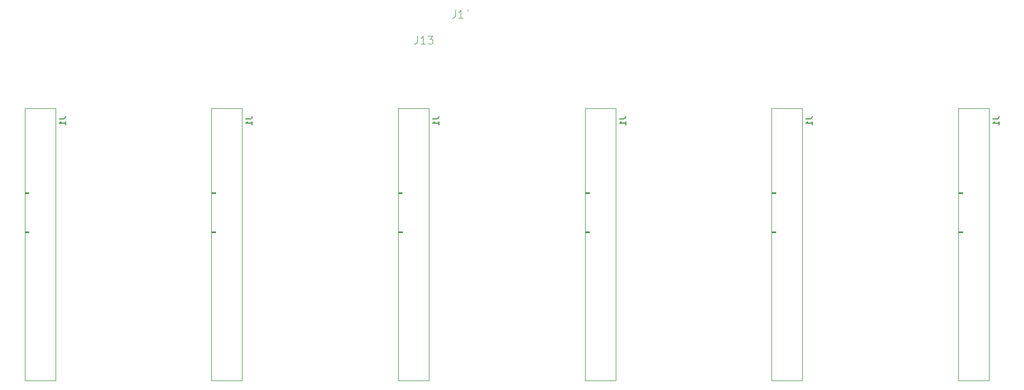
<source format=gbo>
G04 #@! TF.GenerationSoftware,KiCad,Pcbnew,8.0.8*
G04 #@! TF.CreationDate,2025-03-22T18:56:51+00:00*
G04 #@! TF.ProjectId,HDD Backplane,48444420-4261-4636-9b70-6c616e652e6b,rev?*
G04 #@! TF.SameCoordinates,Original*
G04 #@! TF.FileFunction,Legend,Bot*
G04 #@! TF.FilePolarity,Positive*
%FSLAX46Y46*%
G04 Gerber Fmt 4.6, Leading zero omitted, Abs format (unit mm)*
G04 Created by KiCad (PCBNEW 8.0.8) date 2025-03-22 18:56:51*
%MOMM*%
%LPD*%
G01*
G04 APERTURE LIST*
%ADD10C,0.150000*%
%ADD11C,0.088900*%
%ADD12C,0.120000*%
%ADD13C,5.600000*%
%ADD14C,1.800000*%
%ADD15O,1.400000X1.000000*%
%ADD16C,2.200000*%
%ADD17C,2.540000*%
G04 APERTURE END LIST*
D10*
X211605960Y-92253890D02*
X212320245Y-92253890D01*
X212320245Y-92253890D02*
X212463102Y-92206271D01*
X212463102Y-92206271D02*
X212558341Y-92111033D01*
X212558341Y-92111033D02*
X212605960Y-91968176D01*
X212605960Y-91968176D02*
X212605960Y-91872938D01*
X212605960Y-93253890D02*
X212605960Y-92682462D01*
X212605960Y-92968176D02*
X211605960Y-92968176D01*
X211605960Y-92968176D02*
X211748817Y-92872938D01*
X211748817Y-92872938D02*
X211844055Y-92777700D01*
X211844055Y-92777700D02*
X211891674Y-92682462D01*
X181705960Y-92253890D02*
X182420245Y-92253890D01*
X182420245Y-92253890D02*
X182563102Y-92206271D01*
X182563102Y-92206271D02*
X182658341Y-92111033D01*
X182658341Y-92111033D02*
X182705960Y-91968176D01*
X182705960Y-91968176D02*
X182705960Y-91872938D01*
X182705960Y-93253890D02*
X182705960Y-92682462D01*
X182705960Y-92968176D02*
X181705960Y-92968176D01*
X181705960Y-92968176D02*
X181848817Y-92872938D01*
X181848817Y-92872938D02*
X181944055Y-92777700D01*
X181944055Y-92777700D02*
X181991674Y-92682462D01*
X151905960Y-92253890D02*
X152620245Y-92253890D01*
X152620245Y-92253890D02*
X152763102Y-92206271D01*
X152763102Y-92206271D02*
X152858341Y-92111033D01*
X152858341Y-92111033D02*
X152905960Y-91968176D01*
X152905960Y-91968176D02*
X152905960Y-91872938D01*
X152905960Y-93253890D02*
X152905960Y-92682462D01*
X152905960Y-92968176D02*
X151905960Y-92968176D01*
X151905960Y-92968176D02*
X152048817Y-92872938D01*
X152048817Y-92872938D02*
X152144055Y-92777700D01*
X152144055Y-92777700D02*
X152191674Y-92682462D01*
X122005960Y-92253890D02*
X122720245Y-92253890D01*
X122720245Y-92253890D02*
X122863102Y-92206271D01*
X122863102Y-92206271D02*
X122958341Y-92111033D01*
X122958341Y-92111033D02*
X123005960Y-91968176D01*
X123005960Y-91968176D02*
X123005960Y-91872938D01*
X123005960Y-93253890D02*
X123005960Y-92682462D01*
X123005960Y-92968176D02*
X122005960Y-92968176D01*
X122005960Y-92968176D02*
X122148817Y-92872938D01*
X122148817Y-92872938D02*
X122244055Y-92777700D01*
X122244055Y-92777700D02*
X122291674Y-92682462D01*
X92155960Y-92253890D02*
X92870245Y-92253890D01*
X92870245Y-92253890D02*
X93013102Y-92206271D01*
X93013102Y-92206271D02*
X93108341Y-92111033D01*
X93108341Y-92111033D02*
X93155960Y-91968176D01*
X93155960Y-91968176D02*
X93155960Y-91872938D01*
X93155960Y-93253890D02*
X93155960Y-92682462D01*
X93155960Y-92968176D02*
X92155960Y-92968176D01*
X92155960Y-92968176D02*
X92298817Y-92872938D01*
X92298817Y-92872938D02*
X92394055Y-92777700D01*
X92394055Y-92777700D02*
X92441674Y-92682462D01*
D11*
X125625045Y-74817083D02*
X125625045Y-75724226D01*
X125625045Y-75724226D02*
X125564568Y-75905654D01*
X125564568Y-75905654D02*
X125443616Y-76026607D01*
X125443616Y-76026607D02*
X125262187Y-76087083D01*
X125262187Y-76087083D02*
X125141235Y-76087083D01*
X126895045Y-76087083D02*
X126169330Y-76087083D01*
X126532187Y-76087083D02*
X126532187Y-74817083D01*
X126532187Y-74817083D02*
X126411235Y-74998511D01*
X126411235Y-74998511D02*
X126290283Y-75119464D01*
X126290283Y-75119464D02*
X126169330Y-75179940D01*
X127983616Y-75240416D02*
X127983616Y-76087083D01*
X127681235Y-74756607D02*
X127378854Y-75663749D01*
X127378854Y-75663749D02*
X128165045Y-75663749D01*
X119571905Y-79012903D02*
X119571905Y-79920046D01*
X119571905Y-79920046D02*
X119511428Y-80101474D01*
X119511428Y-80101474D02*
X119390476Y-80222427D01*
X119390476Y-80222427D02*
X119209047Y-80282903D01*
X119209047Y-80282903D02*
X119088095Y-80282903D01*
X120841905Y-80282903D02*
X120116190Y-80282903D01*
X120479047Y-80282903D02*
X120479047Y-79012903D01*
X120479047Y-79012903D02*
X120358095Y-79194331D01*
X120358095Y-79194331D02*
X120237143Y-79315284D01*
X120237143Y-79315284D02*
X120116190Y-79375760D01*
X121265238Y-79012903D02*
X122051429Y-79012903D01*
X122051429Y-79012903D02*
X121628095Y-79496712D01*
X121628095Y-79496712D02*
X121809524Y-79496712D01*
X121809524Y-79496712D02*
X121930476Y-79557188D01*
X121930476Y-79557188D02*
X121990952Y-79617665D01*
X121990952Y-79617665D02*
X122051429Y-79738617D01*
X122051429Y-79738617D02*
X122051429Y-80040998D01*
X122051429Y-80040998D02*
X121990952Y-80161950D01*
X121990952Y-80161950D02*
X121930476Y-80222427D01*
X121930476Y-80222427D02*
X121809524Y-80282903D01*
X121809524Y-80282903D02*
X121446667Y-80282903D01*
X121446667Y-80282903D02*
X121325714Y-80222427D01*
X121325714Y-80222427D02*
X121265238Y-80161950D01*
D10*
X62304819Y-92256666D02*
X63019104Y-92256666D01*
X63019104Y-92256666D02*
X63161961Y-92209047D01*
X63161961Y-92209047D02*
X63257200Y-92113809D01*
X63257200Y-92113809D02*
X63304819Y-91970952D01*
X63304819Y-91970952D02*
X63304819Y-91875714D01*
X63304819Y-93256666D02*
X63304819Y-92685238D01*
X63304819Y-92970952D02*
X62304819Y-92970952D01*
X62304819Y-92970952D02*
X62447676Y-92875714D01*
X62447676Y-92875714D02*
X62542914Y-92780476D01*
X62542914Y-92780476D02*
X62590533Y-92685238D01*
D12*
X206141141Y-104047224D02*
X206741141Y-104047224D01*
X206741141Y-104247224D01*
X206141141Y-104247224D01*
X206141141Y-104047224D01*
G36*
X206141141Y-104047224D02*
G01*
X206741141Y-104047224D01*
X206741141Y-104247224D01*
X206141141Y-104247224D01*
X206141141Y-104047224D01*
G37*
X206151141Y-110287224D02*
X206751141Y-110287224D01*
X206751141Y-110487224D01*
X206151141Y-110487224D01*
X206151141Y-110287224D01*
G36*
X206151141Y-110287224D02*
G01*
X206751141Y-110287224D01*
X206751141Y-110487224D01*
X206151141Y-110487224D01*
X206151141Y-110287224D01*
G37*
X211001141Y-134177224D02*
X206101141Y-134177224D01*
X206101141Y-90577224D01*
X211001141Y-90577224D01*
X211001141Y-134177224D01*
X176241141Y-104047224D02*
X176841141Y-104047224D01*
X176841141Y-104247224D01*
X176241141Y-104247224D01*
X176241141Y-104047224D01*
G36*
X176241141Y-104047224D02*
G01*
X176841141Y-104047224D01*
X176841141Y-104247224D01*
X176241141Y-104247224D01*
X176241141Y-104047224D01*
G37*
X176251141Y-110287224D02*
X176851141Y-110287224D01*
X176851141Y-110487224D01*
X176251141Y-110487224D01*
X176251141Y-110287224D01*
G36*
X176251141Y-110287224D02*
G01*
X176851141Y-110287224D01*
X176851141Y-110487224D01*
X176251141Y-110487224D01*
X176251141Y-110287224D01*
G37*
X181101141Y-134177224D02*
X176201141Y-134177224D01*
X176201141Y-90577224D01*
X181101141Y-90577224D01*
X181101141Y-134177224D01*
X146441141Y-104047224D02*
X147041141Y-104047224D01*
X147041141Y-104247224D01*
X146441141Y-104247224D01*
X146441141Y-104047224D01*
G36*
X146441141Y-104047224D02*
G01*
X147041141Y-104047224D01*
X147041141Y-104247224D01*
X146441141Y-104247224D01*
X146441141Y-104047224D01*
G37*
X146451141Y-110287224D02*
X147051141Y-110287224D01*
X147051141Y-110487224D01*
X146451141Y-110487224D01*
X146451141Y-110287224D01*
G36*
X146451141Y-110287224D02*
G01*
X147051141Y-110287224D01*
X147051141Y-110487224D01*
X146451141Y-110487224D01*
X146451141Y-110287224D01*
G37*
X151301141Y-134177224D02*
X146401141Y-134177224D01*
X146401141Y-90577224D01*
X151301141Y-90577224D01*
X151301141Y-134177224D01*
X116541141Y-104047224D02*
X117141141Y-104047224D01*
X117141141Y-104247224D01*
X116541141Y-104247224D01*
X116541141Y-104047224D01*
G36*
X116541141Y-104047224D02*
G01*
X117141141Y-104047224D01*
X117141141Y-104247224D01*
X116541141Y-104247224D01*
X116541141Y-104047224D01*
G37*
X116551141Y-110287224D02*
X117151141Y-110287224D01*
X117151141Y-110487224D01*
X116551141Y-110487224D01*
X116551141Y-110287224D01*
G36*
X116551141Y-110287224D02*
G01*
X117151141Y-110287224D01*
X117151141Y-110487224D01*
X116551141Y-110487224D01*
X116551141Y-110287224D01*
G37*
X121401141Y-134177224D02*
X116501141Y-134177224D01*
X116501141Y-90577224D01*
X121401141Y-90577224D01*
X121401141Y-134177224D01*
X86691141Y-104047224D02*
X87291141Y-104047224D01*
X87291141Y-104247224D01*
X86691141Y-104247224D01*
X86691141Y-104047224D01*
G36*
X86691141Y-104047224D02*
G01*
X87291141Y-104047224D01*
X87291141Y-104247224D01*
X86691141Y-104247224D01*
X86691141Y-104047224D01*
G37*
X86701141Y-110287224D02*
X87301141Y-110287224D01*
X87301141Y-110487224D01*
X86701141Y-110487224D01*
X86701141Y-110287224D01*
G36*
X86701141Y-110287224D02*
G01*
X87301141Y-110287224D01*
X87301141Y-110487224D01*
X86701141Y-110487224D01*
X86701141Y-110287224D01*
G37*
X91551141Y-134177224D02*
X86651141Y-134177224D01*
X86651141Y-90577224D01*
X91551141Y-90577224D01*
X91551141Y-134177224D01*
X61700000Y-134180000D02*
X56800000Y-134180000D01*
X56800000Y-90580000D01*
X61700000Y-90580000D01*
X61700000Y-134180000D01*
X56850000Y-110290000D02*
X57450000Y-110290000D01*
X57450000Y-110490000D01*
X56850000Y-110490000D01*
X56850000Y-110290000D01*
G36*
X56850000Y-110290000D02*
G01*
X57450000Y-110290000D01*
X57450000Y-110490000D01*
X56850000Y-110490000D01*
X56850000Y-110290000D01*
G37*
X56840000Y-104050000D02*
X57440000Y-104050000D01*
X57440000Y-104250000D01*
X56840000Y-104250000D01*
X56840000Y-104050000D01*
G36*
X56840000Y-104050000D02*
G01*
X57440000Y-104050000D01*
X57440000Y-104250000D01*
X56840000Y-104250000D01*
X56840000Y-104050000D01*
G37*
%LPC*%
D13*
X123750000Y-151500000D03*
X123750000Y-31300000D03*
D14*
X208551141Y-91627224D03*
X208551141Y-133127224D03*
D15*
X208551141Y-96547224D03*
X208551141Y-97817224D03*
X208551141Y-99087224D03*
X208551141Y-100357224D03*
X208551141Y-101627224D03*
X208551141Y-102897224D03*
X208551141Y-104167224D03*
X208551141Y-110427224D03*
X208551141Y-111697224D03*
X208551141Y-112967224D03*
X208551141Y-114237224D03*
X208551141Y-115507224D03*
X208551141Y-116777224D03*
X208551141Y-118047224D03*
X208551141Y-119317224D03*
X208551141Y-120587224D03*
X208551141Y-121857224D03*
X208551141Y-123127224D03*
X208551141Y-124397224D03*
X208551141Y-125667224D03*
X208551141Y-126937224D03*
X208551141Y-128207224D03*
D16*
X216051141Y-106847224D03*
X216051141Y-93887224D03*
D15*
X216551141Y-96557224D03*
X215551141Y-97827224D03*
X215551141Y-99097224D03*
X216551141Y-100367224D03*
X215551141Y-101637224D03*
X215551141Y-102907224D03*
X216551141Y-104177224D03*
D14*
X178651141Y-91627224D03*
X178651141Y-133127224D03*
D15*
X178651141Y-96547224D03*
X178651141Y-97817224D03*
X178651141Y-99087224D03*
X178651141Y-100357224D03*
X178651141Y-101627224D03*
X178651141Y-102897224D03*
X178651141Y-104167224D03*
X178651141Y-110427224D03*
X178651141Y-111697224D03*
X178651141Y-112967224D03*
X178651141Y-114237224D03*
X178651141Y-115507224D03*
X178651141Y-116777224D03*
X178651141Y-118047224D03*
X178651141Y-119317224D03*
X178651141Y-120587224D03*
X178651141Y-121857224D03*
X178651141Y-123127224D03*
X178651141Y-124397224D03*
X178651141Y-125667224D03*
X178651141Y-126937224D03*
X178651141Y-128207224D03*
D16*
X186151141Y-106847224D03*
X186151141Y-93887224D03*
D15*
X186651141Y-96557224D03*
X185651141Y-97827224D03*
X185651141Y-99097224D03*
X186651141Y-100367224D03*
X185651141Y-101637224D03*
X185651141Y-102907224D03*
X186651141Y-104177224D03*
D14*
X148851141Y-91627224D03*
X148851141Y-133127224D03*
D15*
X148851141Y-96547224D03*
X148851141Y-97817224D03*
X148851141Y-99087224D03*
X148851141Y-100357224D03*
X148851141Y-101627224D03*
X148851141Y-102897224D03*
X148851141Y-104167224D03*
X148851141Y-110427224D03*
X148851141Y-111697224D03*
X148851141Y-112967224D03*
X148851141Y-114237224D03*
X148851141Y-115507224D03*
X148851141Y-116777224D03*
X148851141Y-118047224D03*
X148851141Y-119317224D03*
X148851141Y-120587224D03*
X148851141Y-121857224D03*
X148851141Y-123127224D03*
X148851141Y-124397224D03*
X148851141Y-125667224D03*
X148851141Y-126937224D03*
X148851141Y-128207224D03*
D16*
X156351141Y-106847224D03*
X156351141Y-93887224D03*
D15*
X156851141Y-96557224D03*
X155851141Y-97827224D03*
X155851141Y-99097224D03*
X156851141Y-100367224D03*
X155851141Y-101637224D03*
X155851141Y-102907224D03*
X156851141Y-104177224D03*
D14*
X118951141Y-91627224D03*
X118951141Y-133127224D03*
D15*
X118951141Y-96547224D03*
X118951141Y-97817224D03*
X118951141Y-99087224D03*
X118951141Y-100357224D03*
X118951141Y-101627224D03*
X118951141Y-102897224D03*
X118951141Y-104167224D03*
X118951141Y-110427224D03*
X118951141Y-111697224D03*
X118951141Y-112967224D03*
X118951141Y-114237224D03*
X118951141Y-115507224D03*
X118951141Y-116777224D03*
X118951141Y-118047224D03*
X118951141Y-119317224D03*
X118951141Y-120587224D03*
X118951141Y-121857224D03*
X118951141Y-123127224D03*
X118951141Y-124397224D03*
X118951141Y-125667224D03*
X118951141Y-126937224D03*
X118951141Y-128207224D03*
D16*
X126451141Y-106847224D03*
X126451141Y-93887224D03*
D15*
X126951141Y-96557224D03*
X125951141Y-97827224D03*
X125951141Y-99097224D03*
X126951141Y-100367224D03*
X125951141Y-101637224D03*
X125951141Y-102907224D03*
X126951141Y-104177224D03*
D14*
X89101141Y-91627224D03*
X89101141Y-133127224D03*
D15*
X89101141Y-96547224D03*
X89101141Y-97817224D03*
X89101141Y-99087224D03*
X89101141Y-100357224D03*
X89101141Y-101627224D03*
X89101141Y-102897224D03*
X89101141Y-104167224D03*
X89101141Y-110427224D03*
X89101141Y-111697224D03*
X89101141Y-112967224D03*
X89101141Y-114237224D03*
X89101141Y-115507224D03*
X89101141Y-116777224D03*
X89101141Y-118047224D03*
X89101141Y-119317224D03*
X89101141Y-120587224D03*
X89101141Y-121857224D03*
X89101141Y-123127224D03*
X89101141Y-124397224D03*
X89101141Y-125667224D03*
X89101141Y-126937224D03*
X89101141Y-128207224D03*
D16*
X96601141Y-106847224D03*
X96601141Y-93887224D03*
D15*
X97101141Y-96557224D03*
X96101141Y-97827224D03*
X96101141Y-99097224D03*
X97101141Y-100367224D03*
X96101141Y-101637224D03*
X96101141Y-102907224D03*
X97101141Y-104177224D03*
D13*
X223750000Y-151500000D03*
X26250000Y-31300000D03*
X26350000Y-151800000D03*
D15*
X67250000Y-104180000D03*
X66250000Y-102910000D03*
X66250000Y-101640000D03*
X67250000Y-100370000D03*
X66250000Y-99100000D03*
X66250000Y-97830000D03*
X67250000Y-96560000D03*
D16*
X66750000Y-93890000D03*
X66750000Y-106850000D03*
D13*
X223750000Y-31300000D03*
D17*
X128200000Y-63650000D03*
X123120000Y-63650000D03*
X118040000Y-63650000D03*
X112960000Y-63650000D03*
X128170000Y-76250000D03*
X123090000Y-76250000D03*
X118010000Y-76250000D03*
X112930000Y-76250000D03*
D15*
X59250000Y-128210000D03*
X59250000Y-126940000D03*
X59250000Y-125670000D03*
X59250000Y-124400000D03*
X59250000Y-123130000D03*
X59250000Y-121860000D03*
X59250000Y-120590000D03*
X59250000Y-119320000D03*
X59250000Y-118050000D03*
X59250000Y-116780000D03*
X59250000Y-115510000D03*
X59250000Y-114240000D03*
X59250000Y-112970000D03*
X59250000Y-111700000D03*
X59250000Y-110430000D03*
X59250000Y-104170000D03*
X59250000Y-102900000D03*
X59250000Y-101630000D03*
X59250000Y-100360000D03*
X59250000Y-99090000D03*
X59250000Y-97820000D03*
X59250000Y-96550000D03*
D14*
X59250000Y-133130000D03*
X59250000Y-91630000D03*
%LPD*%
M02*

</source>
